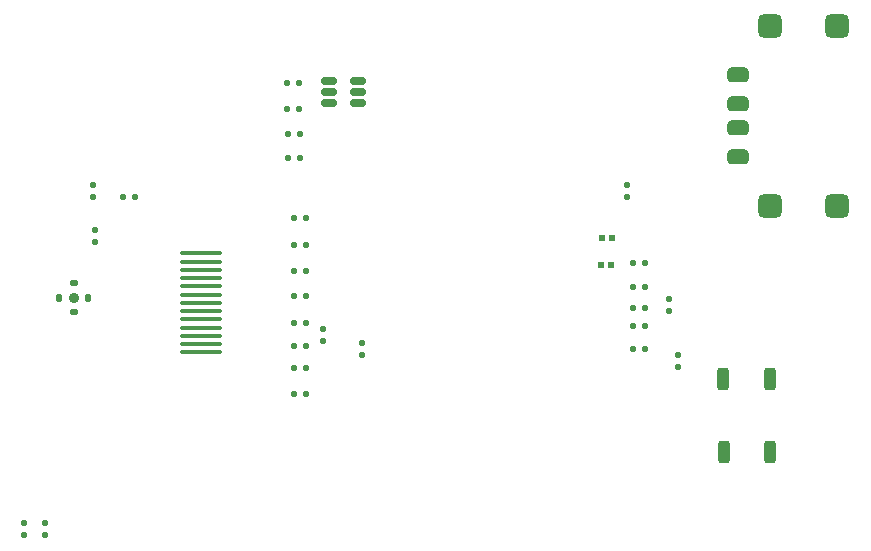
<source format=gtp>
G04*
G04 #@! TF.GenerationSoftware,Altium Limited,Altium Designer,20.2.6 (244)*
G04*
G04 Layer_Color=8421504*
%FSLAX24Y24*%
%MOIN*%
G70*
G04*
G04 #@! TF.SameCoordinates,497DB355-11F3-479B-B1E2-BDA1D3AC948B*
G04*
G04*
G04 #@! TF.FilePolarity,Positive*
G04*
G01*
G75*
G04:AMPARAMS|DCode=16|XSize=15.7mil|YSize=137.8mil|CornerRadius=3.9mil|HoleSize=0mil|Usage=FLASHONLY|Rotation=270.000|XOffset=0mil|YOffset=0mil|HoleType=Round|Shape=RoundedRectangle|*
%AMROUNDEDRECTD16*
21,1,0.0157,0.1299,0,0,270.0*
21,1,0.0079,0.1378,0,0,270.0*
1,1,0.0079,-0.0650,-0.0039*
1,1,0.0079,-0.0650,0.0039*
1,1,0.0079,0.0650,0.0039*
1,1,0.0079,0.0650,-0.0039*
%
%ADD16ROUNDEDRECTD16*%
G04:AMPARAMS|DCode=17|XSize=20mil|YSize=20mil|CornerRadius=5mil|HoleSize=0mil|Usage=FLASHONLY|Rotation=0.000|XOffset=0mil|YOffset=0mil|HoleType=Round|Shape=RoundedRectangle|*
%AMROUNDEDRECTD17*
21,1,0.0200,0.0100,0,0,0.0*
21,1,0.0100,0.0200,0,0,0.0*
1,1,0.0100,0.0050,-0.0050*
1,1,0.0100,-0.0050,-0.0050*
1,1,0.0100,-0.0050,0.0050*
1,1,0.0100,0.0050,0.0050*
%
%ADD17ROUNDEDRECTD17*%
G04:AMPARAMS|DCode=18|XSize=20mil|YSize=20mil|CornerRadius=5mil|HoleSize=0mil|Usage=FLASHONLY|Rotation=270.000|XOffset=0mil|YOffset=0mil|HoleType=Round|Shape=RoundedRectangle|*
%AMROUNDEDRECTD18*
21,1,0.0200,0.0100,0,0,270.0*
21,1,0.0100,0.0200,0,0,270.0*
1,1,0.0100,-0.0050,-0.0050*
1,1,0.0100,-0.0050,0.0050*
1,1,0.0100,0.0050,0.0050*
1,1,0.0100,0.0050,-0.0050*
%
%ADD18ROUNDEDRECTD18*%
%ADD19R,0.0197X0.0197*%
G04:AMPARAMS|DCode=20|XSize=50mil|YSize=70.9mil|CornerRadius=12.5mil|HoleSize=0mil|Usage=FLASHONLY|Rotation=90.000|XOffset=0mil|YOffset=0mil|HoleType=Round|Shape=RoundedRectangle|*
%AMROUNDEDRECTD20*
21,1,0.0500,0.0459,0,0,90.0*
21,1,0.0250,0.0709,0,0,90.0*
1,1,0.0250,0.0229,0.0125*
1,1,0.0250,0.0229,-0.0125*
1,1,0.0250,-0.0229,-0.0125*
1,1,0.0250,-0.0229,0.0125*
%
%ADD20ROUNDEDRECTD20*%
G04:AMPARAMS|DCode=21|XSize=40mil|YSize=74mil|CornerRadius=10mil|HoleSize=0mil|Usage=FLASHONLY|Rotation=180.000|XOffset=0mil|YOffset=0mil|HoleType=Round|Shape=RoundedRectangle|*
%AMROUNDEDRECTD21*
21,1,0.0400,0.0540,0,0,180.0*
21,1,0.0200,0.0740,0,0,180.0*
1,1,0.0200,-0.0100,0.0270*
1,1,0.0200,0.0100,0.0270*
1,1,0.0200,0.0100,-0.0270*
1,1,0.0200,-0.0100,-0.0270*
%
%ADD21ROUNDEDRECTD21*%
G04:AMPARAMS|DCode=22|XSize=27.6mil|YSize=51.2mil|CornerRadius=6.9mil|HoleSize=0mil|Usage=FLASHONLY|Rotation=90.000|XOffset=0mil|YOffset=0mil|HoleType=Round|Shape=RoundedRectangle|*
%AMROUNDEDRECTD22*
21,1,0.0276,0.0374,0,0,90.0*
21,1,0.0138,0.0512,0,0,90.0*
1,1,0.0138,0.0187,0.0069*
1,1,0.0138,0.0187,-0.0069*
1,1,0.0138,-0.0187,-0.0069*
1,1,0.0138,-0.0187,0.0069*
%
%ADD22ROUNDEDRECTD22*%
G04:AMPARAMS|DCode=23|XSize=80mil|YSize=80mil|CornerRadius=20mil|HoleSize=0mil|Usage=FLASHONLY|Rotation=90.000|XOffset=0mil|YOffset=0mil|HoleType=Round|Shape=RoundedRectangle|*
%AMROUNDEDRECTD23*
21,1,0.0800,0.0400,0,0,90.0*
21,1,0.0400,0.0800,0,0,90.0*
1,1,0.0400,0.0200,0.0200*
1,1,0.0400,0.0200,-0.0200*
1,1,0.0400,-0.0200,-0.0200*
1,1,0.0400,-0.0200,0.0200*
%
%ADD23ROUNDEDRECTD23*%
%ADD24C,0.0354*%
G04:AMPARAMS|DCode=25|XSize=17.7mil|YSize=29.5mil|CornerRadius=4.4mil|HoleSize=0mil|Usage=FLASHONLY|Rotation=90.000|XOffset=0mil|YOffset=0mil|HoleType=Round|Shape=RoundedRectangle|*
%AMROUNDEDRECTD25*
21,1,0.0177,0.0207,0,0,90.0*
21,1,0.0089,0.0295,0,0,90.0*
1,1,0.0089,0.0103,0.0044*
1,1,0.0089,0.0103,-0.0044*
1,1,0.0089,-0.0103,-0.0044*
1,1,0.0089,-0.0103,0.0044*
%
%ADD25ROUNDEDRECTD25*%
G04:AMPARAMS|DCode=26|XSize=17.7mil|YSize=29.5mil|CornerRadius=4.4mil|HoleSize=0mil|Usage=FLASHONLY|Rotation=180.000|XOffset=0mil|YOffset=0mil|HoleType=Round|Shape=RoundedRectangle|*
%AMROUNDEDRECTD26*
21,1,0.0177,0.0207,0,0,180.0*
21,1,0.0089,0.0295,0,0,180.0*
1,1,0.0089,-0.0044,0.0103*
1,1,0.0089,0.0044,0.0103*
1,1,0.0089,0.0044,-0.0103*
1,1,0.0089,-0.0044,-0.0103*
%
%ADD26ROUNDEDRECTD26*%
D16*
X26050Y28198D02*
D03*
Y28749D02*
D03*
Y27922D02*
D03*
Y29576D02*
D03*
Y29300D02*
D03*
Y26268D02*
D03*
Y27095D02*
D03*
Y26820D02*
D03*
Y29024D02*
D03*
Y28473D02*
D03*
Y27646D02*
D03*
Y27371D02*
D03*
Y26544D02*
D03*
D17*
X41950Y26200D02*
D03*
Y25800D02*
D03*
X30100Y27050D02*
D03*
Y26650D02*
D03*
X31400Y26600D02*
D03*
Y26200D02*
D03*
X40250Y31850D02*
D03*
Y31450D02*
D03*
X20850Y20200D02*
D03*
X20150D02*
D03*
X41650Y28050D02*
D03*
X22500Y30350D02*
D03*
X20150Y20600D02*
D03*
X20850D02*
D03*
X22450Y31450D02*
D03*
Y31850D02*
D03*
X41650Y27650D02*
D03*
X22500Y29950D02*
D03*
D18*
X40850Y26400D02*
D03*
X40450D02*
D03*
X40850Y27750D02*
D03*
X40450D02*
D03*
X29150Y27250D02*
D03*
X29550D02*
D03*
X29150Y28150D02*
D03*
X29550Y29850D02*
D03*
X29150Y30750D02*
D03*
Y25750D02*
D03*
Y26500D02*
D03*
Y29000D02*
D03*
X40850Y28450D02*
D03*
Y29250D02*
D03*
X29550Y30750D02*
D03*
Y29000D02*
D03*
Y28150D02*
D03*
X29150Y24900D02*
D03*
X40450Y28450D02*
D03*
Y29250D02*
D03*
X29550Y25750D02*
D03*
Y26500D02*
D03*
Y24900D02*
D03*
X28900Y35250D02*
D03*
X29150Y29850D02*
D03*
X28950Y32750D02*
D03*
X29350D02*
D03*
X29300Y35250D02*
D03*
X40450Y27150D02*
D03*
X40850D02*
D03*
X28950Y33550D02*
D03*
X29350D02*
D03*
X28900Y34400D02*
D03*
X29300D02*
D03*
X23450Y31450D02*
D03*
X23850D02*
D03*
D19*
X39740Y30100D02*
D03*
X39720Y29200D02*
D03*
X39380D02*
D03*
X39400Y30100D02*
D03*
D20*
X43950Y32772D02*
D03*
Y35528D02*
D03*
Y34544D02*
D03*
Y33756D02*
D03*
D21*
X45010Y25400D02*
D03*
X45030Y22950D02*
D03*
X43450Y25400D02*
D03*
X43470Y22950D02*
D03*
D22*
X31272Y34950D02*
D03*
Y34576D02*
D03*
Y35324D02*
D03*
X30328Y34576D02*
D03*
Y34950D02*
D03*
Y35324D02*
D03*
D23*
X45028Y37152D02*
D03*
X47233D02*
D03*
X45028Y31148D02*
D03*
X47233D02*
D03*
D24*
X21800Y28100D02*
D03*
D25*
X21800Y28582D02*
D03*
Y27619D02*
D03*
D26*
X22281Y28100D02*
D03*
X21318D02*
D03*
M02*

</source>
